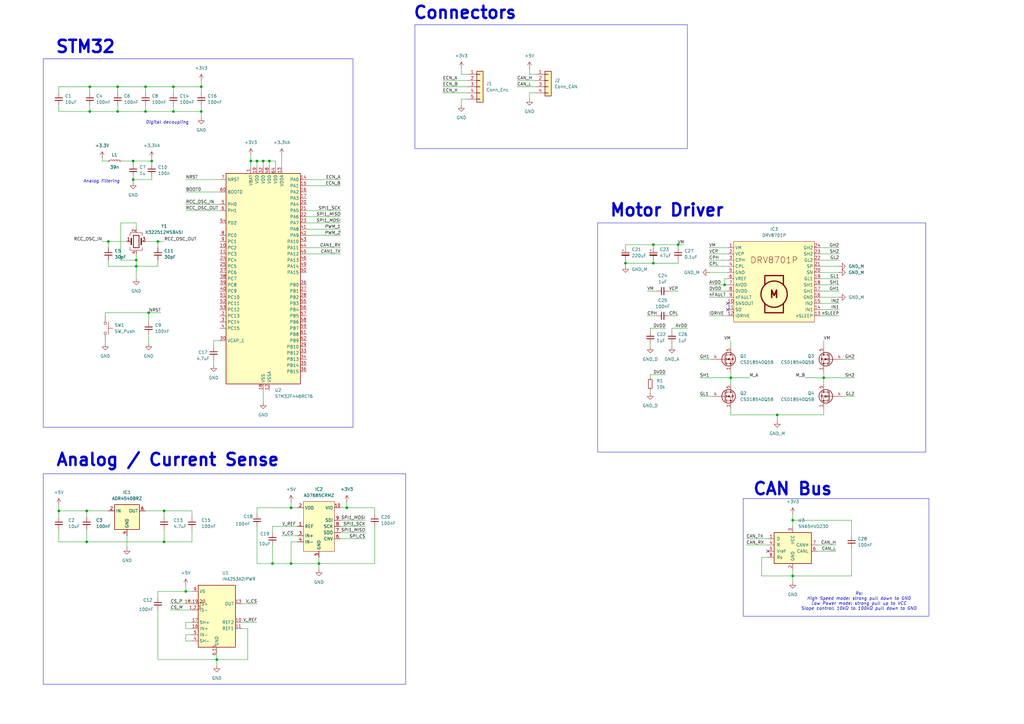
<source format=kicad_sch>
(kicad_sch (version 20231120) (generator "eeschema") (generator_version "8.0")
  (paper "A3")
  (junction (at 267.97 100.33))
  (junction (at 325.12 213.36))
  (junction (at 82.55 35.56))
  (junction (at 82.55 45.72))
  (junction (at 119.38 208.28))
  (junction (at 267.97 107.95))
  (junction (at 76.2 242.57))
  (junction (at 325.12 236.22))
  (junction (at 59.69 35.56))
  (junction (at 64.77 99.06))
  (junction (at 71.12 45.72))
  (junction (at 48.26 45.72))
  (junction (at 54.61 66.04))
  (junction (at 142.24 208.28))
  (junction (at 35.56 209.55))
  (junction (at 119.38 231.14))
  (junction (at 48.26 35.56))
  (junction (at 256.54 107.95))
  (junction (at 55.88 106.68))
  (junction (at 318.77 170.18))
  (junction (at 297.18 116.84))
  (junction (at 105.41 66.04))
  (junction (at 55.88 109.22))
  (junction (at 88.9 270.51))
  (junction (at 59.69 45.72))
  (junction (at 102.87 66.04))
  (junction (at 111.76 231.14))
  (junction (at 67.31 209.55))
  (junction (at 24.13 209.55))
  (junction (at 67.31 222.25))
  (junction (at 62.23 66.04))
  (junction (at 36.83 45.72))
  (junction (at 110.49 66.04))
  (junction (at 44.45 99.06))
  (junction (at 337.82 154.94))
  (junction (at 299.72 154.94))
  (junction (at 54.61 73.66))
  (junction (at 60.96 128.27))
  (junction (at 107.95 66.04))
  (junction (at 35.56 222.25))
  (junction (at 278.13 100.33))
  (junction (at 130.81 231.14))
  (junction (at 71.12 35.56))
  (junction (at 36.83 35.56))
  (no_connect (at 298.45 127))
  (no_connect (at 314.96 226.06))
  (no_connect (at 298.45 124.46))
  (wire (pts (xy 181.61 38.1) (xy 191.77 38.1)))
  (wire (pts (xy 142.24 205.74) (xy 142.24 208.28)))
  (wire (pts (xy 336.55 104.14) (xy 344.17 104.14)))
  (wire (pts (xy 110.49 66.04) (xy 113.03 66.04)))
  (wire (pts (xy 67.31 209.55) (xy 78.74 209.55)))
  (wire (pts (xy 102.87 66.04) (xy 105.41 66.04)))
  (wire (pts (xy 312.42 228.6) (xy 314.96 228.6)))
  (wire (pts (xy 275.59 134.62) (xy 281.94 134.62)))
  (wire (pts (xy 64.77 109.22) (xy 55.88 109.22)))
  (wire (pts (xy 256.54 106.68) (xy 256.54 107.95)))
  (wire (pts (xy 290.83 106.68) (xy 298.45 106.68)))
  (wire (pts (xy 267.97 107.95) (xy 278.13 107.95)))
  (wire (pts (xy 64.77 242.57) (xy 76.2 242.57)))
  (wire (pts (xy 336.55 124.46) (xy 344.17 124.46)))
  (wire (pts (xy 318.77 170.18) (xy 318.77 172.72)))
  (wire (pts (xy 76.2 83.82) (xy 90.17 83.82)))
  (wire (pts (xy 59.69 35.56) (xy 59.69 38.1)))
  (wire (pts (xy 336.55 121.92) (xy 344.17 121.92)))
  (wire (pts (xy 82.55 35.56) (xy 82.55 38.1)))
  (wire (pts (xy 337.82 170.18) (xy 337.82 167.64)))
  (wire (pts (xy 265.43 129.54) (xy 269.24 129.54)))
  (wire (pts (xy 67.31 222.25) (xy 78.74 222.25)))
  (wire (pts (xy 125.73 88.9) (xy 139.7 88.9)))
  (wire (pts (xy 111.76 231.14) (xy 111.76 223.52)))
  (wire (pts (xy 336.55 111.76) (xy 344.17 111.76)))
  (wire (pts (xy 217.17 38.1) (xy 217.17 40.64)))
  (wire (pts (xy 24.13 35.56) (xy 24.13 38.1)))
  (wire (pts (xy 48.26 35.56) (xy 36.83 35.56)))
  (wire (pts (xy 88.9 270.51) (xy 88.9 273.05)))
  (wire (pts (xy 119.38 208.28) (xy 121.92 208.28)))
  (wire (pts (xy 325.12 236.22) (xy 325.12 238.76)))
  (wire (pts (xy 275.59 135.89) (xy 275.59 134.62)))
  (wire (pts (xy 24.13 217.17) (xy 24.13 222.25)))
  (wire (pts (xy 325.12 213.36) (xy 325.12 215.9)))
  (wire (pts (xy 67.31 209.55) (xy 67.31 212.09)))
  (wire (pts (xy 67.31 217.17) (xy 67.31 222.25)))
  (wire (pts (xy 336.55 127) (xy 344.17 127)))
  (wire (pts (xy 105.41 66.04) (xy 105.41 68.58)))
  (wire (pts (xy 76.2 242.57) (xy 78.74 242.57)))
  (wire (pts (xy 267.97 107.95) (xy 267.97 106.68)))
  (wire (pts (xy 64.77 106.68) (xy 64.77 109.22)))
  (wire (pts (xy 105.41 215.9) (xy 105.41 231.14)))
  (wire (pts (xy 87.63 139.7) (xy 90.17 139.7)))
  (wire (pts (xy 44.45 209.55) (xy 35.56 209.55)))
  (wire (pts (xy 287.02 162.56) (xy 292.1 162.56)))
  (wire (pts (xy 299.72 154.94) (xy 299.72 157.48)))
  (wire (pts (xy 119.38 205.74) (xy 119.38 208.28)))
  (wire (pts (xy 55.88 109.22) (xy 44.45 109.22)))
  (wire (pts (xy 189.23 27.94) (xy 189.23 30.48)))
  (wire (pts (xy 59.69 35.56) (xy 48.26 35.56)))
  (wire (pts (xy 48.26 43.18) (xy 48.26 45.72)))
  (wire (pts (xy 349.25 213.36) (xy 349.25 219.71)))
  (wire (pts (xy 306.07 223.52) (xy 314.96 223.52)))
  (wire (pts (xy 125.73 73.66) (xy 139.7 73.66)))
  (wire (pts (xy 297.18 114.3) (xy 297.18 116.84)))
  (wire (pts (xy 274.32 129.54) (xy 278.13 129.54)))
  (wire (pts (xy 99.06 247.65) (xy 105.41 247.65)))
  (wire (pts (xy 78.74 260.35) (xy 76.2 260.35)))
  (wire (pts (xy 78.74 222.25) (xy 78.74 217.17)))
  (wire (pts (xy 64.77 270.51) (xy 88.9 270.51)))
  (wire (pts (xy 336.55 129.54) (xy 344.17 129.54)))
  (wire (pts (xy 290.83 116.84) (xy 297.18 116.84)))
  (wire (pts (xy 64.77 250.19) (xy 64.77 270.51)))
  (wire (pts (xy 337.82 154.94) (xy 330.2 154.94)))
  (wire (pts (xy 139.7 218.44) (xy 149.86 218.44)))
  (wire (pts (xy 256.54 107.95) (xy 267.97 107.95)))
  (wire (pts (xy 278.13 100.33) (xy 278.13 101.6)))
  (wire (pts (xy 278.13 100.33) (xy 280.67 100.33)))
  (wire (pts (xy 43.18 129.54) (xy 43.18 128.27)))
  (wire (pts (xy 36.83 45.72) (xy 48.26 45.72)))
  (wire (pts (xy 287.02 154.94) (xy 299.72 154.94)))
  (wire (pts (xy 219.71 35.56) (xy 212.09 35.56)))
  (wire (pts (xy 115.57 219.71) (xy 121.92 219.71)))
  (wire (pts (xy 125.73 91.44) (xy 139.7 91.44)))
  (wire (pts (xy 267.97 100.33) (xy 278.13 100.33)))
  (wire (pts (xy 48.26 45.72) (xy 59.69 45.72)))
  (wire (pts (xy 125.73 96.52) (xy 139.7 96.52)))
  (wire (pts (xy 76.2 255.27) (xy 78.74 255.27)))
  (wire (pts (xy 71.12 35.56) (xy 59.69 35.56)))
  (wire (pts (xy 54.61 73.66) (xy 54.61 74.93)))
  (wire (pts (xy 60.96 128.27) (xy 66.04 128.27)))
  (wire (pts (xy 59.69 99.06) (xy 64.77 99.06)))
  (wire (pts (xy 76.2 78.74) (xy 90.17 78.74)))
  (wire (pts (xy 43.18 128.27) (xy 60.96 128.27)))
  (wire (pts (xy 290.83 104.14) (xy 298.45 104.14)))
  (wire (pts (xy 54.61 72.39) (xy 54.61 73.66)))
  (wire (pts (xy 62.23 64.77) (xy 62.23 66.04)))
  (wire (pts (xy 107.95 160.02) (xy 107.95 165.1)))
  (wire (pts (xy 82.55 45.72) (xy 82.55 43.18)))
  (wire (pts (xy 306.07 220.98) (xy 314.96 220.98)))
  (wire (pts (xy 299.72 154.94) (xy 307.34 154.94)))
  (wire (pts (xy 350.52 162.56) (xy 345.44 162.56)))
  (wire (pts (xy 82.55 33.02) (xy 82.55 35.56)))
  (wire (pts (xy 101.6 257.81) (xy 99.06 257.81)))
  (wire (pts (xy 337.82 157.48) (xy 337.82 154.94)))
  (wire (pts (xy 76.2 240.03) (xy 76.2 242.57)))
  (wire (pts (xy 130.81 228.6) (xy 130.81 231.14)))
  (wire (pts (xy 71.12 43.18) (xy 71.12 45.72)))
  (wire (pts (xy 44.45 101.6) (xy 44.45 99.06)))
  (wire (pts (xy 298.45 114.3) (xy 297.18 114.3)))
  (wire (pts (xy 290.83 109.22) (xy 298.45 109.22)))
  (wire (pts (xy 325.12 236.22) (xy 312.42 236.22)))
  (wire (pts (xy 125.73 86.36) (xy 139.7 86.36)))
  (wire (pts (xy 336.55 119.38) (xy 344.17 119.38)))
  (wire (pts (xy 24.13 209.55) (xy 24.13 212.09)))
  (wire (pts (xy 110.49 66.04) (xy 110.49 68.58)))
  (wire (pts (xy 76.2 86.36) (xy 90.17 86.36)))
  (wire (pts (xy 88.9 267.97) (xy 88.9 270.51)))
  (wire (pts (xy 49.53 91.44) (xy 55.88 91.44)))
  (wire (pts (xy 278.13 107.95) (xy 278.13 106.68)))
  (wire (pts (xy 71.12 35.56) (xy 71.12 38.1)))
  (wire (pts (xy 54.61 66.04) (xy 54.61 67.31)))
  (wire (pts (xy 35.56 209.55) (xy 35.56 212.09)))
  (wire (pts (xy 87.63 142.24) (xy 87.63 139.7)))
  (wire (pts (xy 337.82 139.7) (xy 337.82 142.24)))
  (wire (pts (xy 130.81 231.14) (xy 130.81 233.68)))
  (wire (pts (xy 71.12 35.56) (xy 82.55 35.56)))
  (wire (pts (xy 55.88 109.22) (xy 55.88 114.3)))
  (wire (pts (xy 290.83 119.38) (xy 298.45 119.38)))
  (wire (pts (xy 55.88 91.44) (xy 55.88 93.98)))
  (wire (pts (xy 266.7 154.94) (xy 266.7 153.67)))
  (wire (pts (xy 35.56 217.17) (xy 35.56 222.25)))
  (wire (pts (xy 350.52 154.94) (xy 337.82 154.94)))
  (wire (pts (xy 256.54 100.33) (xy 256.54 101.6)))
  (wire (pts (xy 24.13 45.72) (xy 36.83 45.72)))
  (wire (pts (xy 336.55 116.84) (xy 344.17 116.84)))
  (wire (pts (xy 325.12 213.36) (xy 349.25 213.36)))
  (wire (pts (xy 105.41 208.28) (xy 105.41 210.82)))
  (wire (pts (xy 181.61 35.56) (xy 191.77 35.56)))
  (wire (pts (xy 217.17 38.1) (xy 219.71 38.1)))
  (wire (pts (xy 266.7 153.67) (xy 273.05 153.67)))
  (wire (pts (xy 336.55 106.68) (xy 344.17 106.68)))
  (wire (pts (xy 325.12 210.82) (xy 325.12 213.36)))
  (wire (pts (xy 256.54 107.95) (xy 256.54 109.22)))
  (wire (pts (xy 349.25 236.22) (xy 325.12 236.22)))
  (wire (pts (xy 142.24 208.28) (xy 153.67 208.28)))
  (wire (pts (xy 337.82 154.94) (xy 337.82 152.4)))
  (wire (pts (xy 217.17 30.48) (xy 217.17 27.94)))
  (wire (pts (xy 312.42 228.6) (xy 312.42 236.22)))
  (wire (pts (xy 48.26 35.56) (xy 48.26 38.1)))
  (wire (pts (xy 107.95 66.04) (xy 107.95 68.58)))
  (wire (pts (xy 36.83 35.56) (xy 36.83 38.1)))
  (wire (pts (xy 153.67 208.28) (xy 153.67 210.82)))
  (wire (pts (xy 349.25 224.79) (xy 349.25 236.22)))
  (wire (pts (xy 139.7 213.36) (xy 149.86 213.36)))
  (wire (pts (xy 43.18 139.7) (xy 43.18 140.97)))
  (wire (pts (xy 119.38 231.14) (xy 111.76 231.14)))
  (wire (pts (xy 274.32 119.38) (xy 278.13 119.38)))
  (wire (pts (xy 78.74 209.55) (xy 78.74 212.09)))
  (wire (pts (xy 41.91 66.04) (xy 44.45 66.04)))
  (wire (pts (xy 325.12 233.68) (xy 325.12 236.22)))
  (wire (pts (xy 290.83 101.6) (xy 298.45 101.6)))
  (wire (pts (xy 290.83 129.54) (xy 298.45 129.54)))
  (wire (pts (xy 287.02 147.32) (xy 292.1 147.32)))
  (wire (pts (xy 62.23 66.04) (xy 62.23 67.31)))
  (wire (pts (xy 189.23 43.18) (xy 189.23 40.64)))
  (wire (pts (xy 60.96 128.27) (xy 60.96 132.08)))
  (wire (pts (xy 189.23 30.48) (xy 191.77 30.48)))
  (wire (pts (xy 76.2 73.66) (xy 90.17 73.66)))
  (wire (pts (xy 275.59 140.97) (xy 275.59 142.24)))
  (wire (pts (xy 299.72 139.7) (xy 299.72 142.24)))
  (wire (pts (xy 119.38 222.25) (xy 121.92 222.25)))
  (wire (pts (xy 299.72 152.4) (xy 299.72 154.94)))
  (wire (pts (xy 318.77 170.18) (xy 337.82 170.18)))
  (wire (pts (xy 290.83 111.76) (xy 298.45 111.76)))
  (wire (pts (xy 52.07 219.71) (xy 52.07 224.79)))
  (wire (pts (xy 64.77 99.06) (xy 64.77 101.6)))
  (wire (pts (xy 267.97 100.33) (xy 267.97 101.6)))
  (wire (pts (xy 266.7 134.62) (xy 273.05 134.62)))
  (wire (pts (xy 78.74 257.81) (xy 76.2 257.81)))
  (wire (pts (xy 111.76 215.9) (xy 111.76 218.44)))
  (wire (pts (xy 36.83 43.18) (xy 36.83 45.72)))
  (wire (pts (xy 87.63 147.32) (xy 87.63 149.86)))
  (wire (pts (xy 55.88 104.14) (xy 55.88 106.68)))
  (wire (pts (xy 219.71 33.02) (xy 212.09 33.02)))
  (wire (pts (xy 125.73 76.2) (xy 139.7 76.2)))
  (wire (pts (xy 181.61 33.02) (xy 191.77 33.02)))
  (wire (pts (xy 62.23 73.66) (xy 54.61 73.66)))
  (wire (pts (xy 49.53 66.04) (xy 54.61 66.04)))
  (wire (pts (xy 62.23 72.39) (xy 62.23 73.66)))
  (wire (pts (xy 44.45 99.06) (xy 52.07 99.06)))
  (wire (pts (xy 130.81 231.14) (xy 153.67 231.14)))
  (wire (pts (xy 59.69 209.55) (xy 67.31 209.55)))
  (wire (pts (xy 54.61 66.04) (xy 62.23 66.04)))
  (wire (pts (xy 82.55 45.72) (xy 82.55 48.26)))
  (wire (pts (xy 49.53 91.44) (xy 49.53 106.68)))
  (wire (pts (xy 59.69 45.72) (xy 71.12 45.72)))
  (wire (pts (xy 60.96 137.16) (xy 60.96 140.97)))
  (wire (pts (xy 64.77 245.11) (xy 64.77 242.57)))
  (wire (pts (xy 41.91 99.06) (xy 44.45 99.06)))
  (wire (pts (xy 35.56 222.25) (xy 67.31 222.25)))
  (wire (pts (xy 139.7 215.9) (xy 149.86 215.9)))
  (wire (pts (xy 41.91 64.77) (xy 41.91 66.04)))
  (wire (pts (xy 55.88 106.68) (xy 55.88 109.22)))
  (wire (pts (xy 130.81 231.14) (xy 119.38 231.14)))
  (wire (pts (xy 76.2 260.35) (xy 76.2 262.89)))
  (wire (pts (xy 335.28 226.06) (xy 342.9 226.06)))
  (wire (pts (xy 219.71 30.48) (xy 217.17 30.48)))
  (wire (pts (xy 153.67 215.9) (xy 153.67 231.14)))
  (wire (pts (xy 139.7 220.98) (xy 149.86 220.98)))
  (wire (pts (xy 336.55 114.3) (xy 344.17 114.3)))
  (wire (pts (xy 119.38 231.14) (xy 119.38 222.25)))
  (wire (pts (xy 299.72 170.18) (xy 318.77 170.18)))
  (wire (pts (xy 125.73 104.14) (xy 139.7 104.14)))
  (wire (pts (xy 107.95 66.04) (xy 110.49 66.04)))
  (wire (pts (xy 290.83 121.92) (xy 298.45 121.92)))
  (wire (pts (xy 336.55 109.22) (xy 344.17 109.22)))
  (wire (pts (xy 125.73 93.98) (xy 139.7 93.98)))
  (wire (pts (xy 266.7 140.97) (xy 266.7 142.24)))
  (wire (pts (xy 256.54 100.33) (xy 267.97 100.33)))
  (wire (pts (xy 24.13 207.01) (xy 24.13 209.55)))
  (wire (pts (xy 67.31 99.06) (xy 64.77 99.06)))
  (wire (pts (xy 125.73 101.6) (xy 139.7 101.6)))
  (wire (pts (xy 105.41 231.14) (xy 111.76 231.14)))
  (wire (pts (xy 350.52 147.32) (xy 345.44 147.32)))
  (wire (pts (xy 119.38 208.28) (xy 105.41 208.28)))
  (wire (pts (xy 55.88 106.68) (xy 49.53 106.68)))
  (wire (pts (xy 297.18 116.84) (xy 298.45 116.84)))
  (wire (pts (xy 265.43 119.38) (xy 269.24 119.38)))
  (wire (pts (xy 76.2 262.89) (xy 78.74 262.89)))
  (wire (pts (xy 105.41 66.04) (xy 107.95 66.04)))
  (wire (pts (xy 24.13 222.25) (xy 35.56 222.25)))
  (wire (pts (xy 113.03 66.04) (xy 113.03 68.58)))
  (wire (pts (xy 102.87 66.04) (xy 102.87 68.58)))
  (wire (pts (xy 69.85 250.19) (xy 78.74 250.19)))
  (wire (pts (xy 101.6 270.51) (xy 101.6 257.81)))
  (wire (pts (xy 35.56 209.55) (xy 24.13 209.55)))
  (wire (pts (xy 142.24 208.28) (xy 139.7 208.28)))
  (wire (pts (xy 115.57 63.5) (xy 115.57 68.58)))
  (wire (pts (xy 111.76 215.9) (xy 121.92 215.9)))
  (wire (pts (xy 44.45 109.22) (xy 44.45 106.68)))
  (wire (pts (xy 36.83 35.56) (xy 24.13 35.56)))
  (wire (pts (xy 335.28 223.52) (xy 342.9 223.52)))
  (wire (pts (xy 69.85 247.65) (xy 78.74 247.65)))
  (wire (pts (xy 102.87 63.5) (xy 102.87 66.04)))
  (wire (pts (xy 299.72 170.18) (xy 299.72 167.64)))
  (wire (pts (xy 99.06 255.27) (xy 105.41 255.27)))
  (wire (pts (xy 189.23 40.64) (xy 191.77 40.64)))
  (wire (pts (xy 71.12 45.72) (xy 82.55 45.72)))
  (wire (pts (xy 24.13 43.18) (xy 24.13 45.72)))
  (wire (pts (xy 88.9 270.51) (xy 101.6 270.51)))
  (wire (pts (xy 266.7 160.02) (xy 266.7 161.29)))
  (wire (pts (xy 59.69 43.18) (xy 59.69 45.72)))
  (wire (pts (xy 266.7 135.89) (xy 266.7 134.62)))
  (wire (pts (xy 76.2 257.81) (xy 76.2 255.27)))
  (wire (pts (xy 336.55 101.6) (xy 344.17 101.6)))
  (rectangle (start 304.8 204.47) (end 381 252.73))
  (rectangle (start 245.11 91.44) (end 379.73 185.42))
  (rectangle (start 17.78 24.13) (end 144.78 175.26))
  (rectangle (start 170.18 10.16) (end 281.94 60.96))
  (rectangle (start 17.78 194.31) (end 166.37 280.67))
  (text "Digital decoupling" (at 68.58 50.292 0) (effects (font (size 1.27 1.27) (italic yes))))
  (text "Analog / Current Sense" (at 68.834 188.722 0) (effects (font (size 5 5) (thickness 1) (bold yes))))
  (text "Motor Driver" (at 273.558 86.36 0) (effects (font (size 5 5) (thickness 1) (bold yes))))
  (text "Analog filtering" (at 41.656 74.422 0) (effects (font (size 1.27 1.27) (italic yes))))
  (text "Rs:\nHigh Speed mode: strong pull down to GND\nLow Power mode: strong pull up to VCC\nSlope control: 10kΩ to 100kΩ pull down to GND\n" (at 352.298 246.634 0) (effects (font (size 1.27 1.27) (italic yes))))
  (text "Connectors" (at 190.754 5.334 0) (effects (font (size 5 5) (thickness 1) (bold yes))))
  (text "CAN Bus" (at 325.12 200.66 0) (effects (font (size 5 5) (thickness 1) (bold yes))))
  (text "STM32" (at 35.052 19.304 0) (effects (font (size 5 5) (thickness 1) (bold yes))))
  (label "V_REF" (at 115.57 215.9 0) (effects (font (italic yes))))
  (label "AVDD" (at 281.94 134.62 180))
  (label "CPL" (at 290.83 109.22 0))
  (label "ECN_B" (at 181.61 35.56 0))
  (label "CAN_TX" (at 306.07 220.98 0))
  (label "IDRIVE" (at 290.83 129.54 0))
  (label "DVDD" (at 290.83 119.38 0))
  (label "nFAULT" (at 290.83 121.92 0))
  (label "IN2" (at 344.17 124.46 180))
  (label "GL2" (at 350.52 162.56 180))
  (label "BOOT0" (at 76.2 78.74 0))
  (label "GH1" (at 287.02 147.32 0))
  (label "CPH" (at 290.83 106.68 0))
  (label "CAN_L" (at 212.09 35.56 0))
  (label "RCC_OSC_IN" (at 76.2 83.82 0))
  (label "GH2" (at 344.17 101.6 180))
  (label "CS_M" (at 69.85 250.19 0) (effects (font (italic yes))))
  (label "ECN_X" (at 181.61 38.1 0))
  (label "CPH" (at 265.43 129.54 0))
  (label "GH2" (at 350.52 147.32 180))
  (label "SH2" (at 350.52 154.94 180))
  (label "nSLEEP" (at 344.17 129.54 180))
  (label "RCC_OSC_OUT" (at 67.31 99.06 0))
  (label "SPI1_MOSI" (at 139.7 91.44 180) (effects (font (italic yes))))
  (label "GL1" (at 287.02 162.56 0))
  (label "GL2" (at 344.17 106.68 180))
  (label "V_CS" (at 105.41 247.65 180) (effects (font (italic yes))))
  (label "CAN_H" (at 342.9 223.52 180))
  (label "V_REF" (at 105.41 255.27 180) (effects (font (italic yes))))
  (label "VCP" (at 278.13 119.38 180))
  (label "ECN_B" (at 139.7 76.2 180))
  (label "CPL" (at 278.13 129.54 180))
  (label "AVDD" (at 290.83 116.84 0))
  (label "CAN_L" (at 342.9 226.06 180))
  (label "GL1" (at 344.17 114.3 180))
  (label "SPI1_SCK" (at 139.7 86.36 180) (effects (font (italic yes))))
  (label "VCP" (at 290.83 104.14 0))
  (label "PWM_1" (at 139.7 93.98 180) (effects (font (italic yes))))
  (label "SH1" (at 287.02 154.94 0))
  (label "CAN_H" (at 212.09 33.02 0))
  (label "VM" (at 290.83 101.6 0))
  (label "M_B" (at 330.2 154.94 180))
  (label "NRST" (at 66.04 128.27 180))
  (label "SPI1_MOSI" (at 149.86 213.36 180) (effects (font (italic yes))))
  (label "VM" (at 337.82 139.7 0))
  (label "SH2" (at 344.17 104.14 180))
  (label "SPI1_MISO" (at 139.7 88.9 180) (effects (font (italic yes))))
  (label "ECN_A" (at 139.7 73.66 180))
  (label "CAN_RX" (at 306.07 223.52 0))
  (label "IN1" (at 344.17 127 180))
  (label "CAN1_TX" (at 139.7 104.14 180) (effects (font (italic yes))))
  (label "NRST" (at 76.2 73.66 0))
  (label "CS_P" (at 69.85 247.65 0) (effects (font (italic yes))))
  (label "ECN_A" (at 181.61 33.02 0))
  (label "VM" (at 265.43 119.38 0))
  (label "DVDD" (at 273.05 153.67 180))
  (label "V_CS" (at 115.57 219.71 0) (effects (font (italic yes))))
  (label "SH1" (at 344.17 116.84 180))
  (label "M_A" (at 307.34 154.94 0))
  (label "CAN1_RX" (at 139.7 101.6 180) (effects (font (italic yes))))
  (label "SPI_CS" (at 149.86 220.98 180) (effects (font (italic yes))))
  (label "DVDD" (at 273.05 134.62 180))
  (label "RCC_OSC_IN" (at 41.91 99.06 180))
  (label "SPI1_SCK" (at 149.86 215.9 180) (effects (font (italic yes))))
  (label "VM" (at 299.72 139.7 180))
  (label "SPI1_MISO" (at 149.86 218.44 180) (effects (font (italic yes))))
  (label "GH1" (at 344.17 119.38 180))
  (label "VM" (at 280.67 100.33 180))
  (label "RCC_OSC_OUT" (at 76.2 86.36 0))
  (label "PWM_2" (at 139.7 96.52 180) (effects (font (italic yes))))
  (symbol (lib_id "power:GND") (at 52.07 224.79 0) (unit 1)
    (property "Reference" "#PWR04" (effects (hide yes)))
    (property "Value" "GND" (at 52.07 229.87 0))
    (property "Description" "Power symbol creates a global label with name \"GND\" , ground" (effects (hide yes)))
  )
  (symbol (lib_id "Switch:SW_Push") (at 43.18 134.62 270) (unit 1)
    (property "Reference" "SW1" (at 46.99 133.35 90) (effects (justify left)))
    (property "Value" "SW_Push" (at 46.99 135.89 90) (effects (justify left)))
    (property "Footprint" "Button_Switch_SMD:SW_Push_SPST_NO_Alps_SKRK" (effects (hide yes)))
    (property "LCSC" "C202388" (effects (hide yes)))
  )
  (symbol (lib_id "power:GND") (at 130.81 233.68 0) (unit 1)
    (property "Reference" "#PWR018" (effects (hide yes)))
    (property "Value" "GND" (at 130.81 238.76 0))
    (property "Description" "Power symbol creates a global label with name \"GND\" , ground" (effects (hide yes)))
  )
  (symbol (lib_id "Device:C_Small") (at 59.69 40.64 0) (unit 1)
    (property "Reference" "C8" (at 62.23 39.3762 0) (effects (justify left)))
    (property "Value" "100nF" (at 62.23 41.9162 0) (effects (justify left)))
    (property "Footprint" "Capacitor_SMD:C_0402_1005Metric" (effects (hide yes)))
    (property "Datasheet" "https://jlcpcb.com/api/file/downloadByFileSystemAccessId/8579707269996871680" (effects (hide yes)))
    (property "Description" "16V 100nF X7R ±10% 0402" (effects (hide yes)))
    (property "LCSC" "C1525" (effects (hide yes)))
  )
  (symbol (lib_id "power:GND") (at 54.61 74.93 0) (unit 1)
    (property "Reference" "#PWR05" (effects (hide yes)))
    (property "Value" "GND" (at 54.61 80.01 0))
  )
  (symbol (lib_id "Connector_Generic:Conn_01x04") (at 224.79 33.02 0) (unit 1)
    (property "Reference" "J2" (at 227.33 33.0199 0) (effects (justify left)))
    (property "Value" "Conn_CAN" (at 227.33 35.5599 0) (effects (justify left)))
    (property "Footprint" "Connector_Molex:Molex_PicoBlade_53048-0410_1x04_P1.25mm_Horizontal" (effects (hide yes)))
    (property "Description" "Generic connector, single row, 01x04, script generated (kicad-library-utils/schlib/autogen/connector/)" (effects (hide yes)))
  )
  (symbol (lib_id "power:+5V") (at 76.2 240.03 0) (unit 1)
    (property "Reference" "#PWR09" (effects (hide yes)))
    (property "Value" "+5V" (at 76.2 234.95 0))
    (property "Description" "Power symbol creates a global label with name \"+5V\"" (effects (hide yes)))
  )
  (symbol (lib_id "power:GND") (at 325.12 238.76 0) (unit 1)
    (property "Reference" "#PWR031" (effects (hide yes)))
    (property "Value" "GND" (at 325.12 243.84 0))
    (property "Description" "Power symbol creates a global label with name \"GND\" , ground" (effects (hide yes)))
  )
  (symbol (lib_id "power:+3V3") (at 325.12 210.82 0) (unit 1)
    (property "Reference" "#PWR030" (effects (hide yes)))
    (property "Value" "+3V3" (at 325.12 205.74 0))
    (property "Description" "Power symbol creates a global label with name \"+3V3\"" (effects (hide yes)))
  )
  (symbol (lib_id "power:GND") (at 318.77 172.72 0) (unit 1)
    (property "Reference" "#PWR029" (effects (hide yes)))
    (property "Value" "GND_M" (at 318.77 177.8 0))
    (property "Description" "Power symbol creates a global label with name \"GND\" , ground" (effects (hide yes)))
  )
  (symbol (lib_id "Device:C_Small") (at 62.23 69.85 0) (unit 1)
    (property "Reference" "C10" (at 64.77 68.5863 0) (effects (justify left)))
    (property "Value" "100n" (at 64.77 71.1263 0) (effects (justify left)))
    (property "Footprint" "Capacitor_SMD:C_0402_1005Metric" (effects (hide yes)))
    (property "LCSC" "C1525" (effects (hide yes)))
  )
  (symbol (lib_id "Device:C_Small") (at 24.13 40.64 0) (unit 1)
    (property "Reference" "C1" (at 26.67 39.3762 0) (effects (justify left)))
    (property "Value" "10uF" (at 26.67 41.9162 0) (effects (justify left)))
    (property "Footprint" "Capacitor_SMD:C_0603_1608Metric" (effects (hide yes)))
    (property "Datasheet" "https://jlcpcb.com/api/file/downloadByFileSystemAccessId/8579707107920437248" (effects (hide yes)))
    (property "Description" "10V 10uF X5R ±10% 0603" (effects (hide yes)))
    (property "LCSC" "C19702" (effects (hide yes)))
  )
  (symbol (lib_id "power:+5V") (at 24.13 207.01 0) (unit 1)
    (property "Reference" "#PWR01" (effects (hide yes)))
    (property "Value" "+5V" (at 24.13 201.93 0))
    (property "Description" "Power symbol creates a global label with name \"+5V\"" (effects (hide yes)))
  )
  (symbol (lib_id "power:GND") (at 87.63 149.86 0) (unit 1)
    (property "Reference" "#PWR012" (effects (hide yes)))
    (property "Value" "GND" (at 87.63 154.94 0))
    (property "Description" "Power symbol creates a global label with name \"GND\" , ground" (effects (hide yes)))
  )
  (symbol (lib_id "Interface_CAN_LIN:SN65HVD230") (at 325.12 223.52 0) (unit 1)
    (property "Reference" "U3" (at 327.3141 213.36 0) (effects (justify left)))
    (property "Value" "SN65HVD230" (at 327.3141 215.9 0) (effects (justify left)))
    (property "Footprint" "Package_SO:SOIC-8_3.9x4.9mm_P1.27mm" (effects (hide yes)))
    (property "Datasheet" "http://www.ti.com/lit/ds/symlink/sn65hvd230.pdf" (effects (hide yes)))
    (property "Description" "CAN Bus Transceivers, 3.3V, 1Mbps, Low-Power capabilities, SOIC-8" (effects (hide yes)))
  )
  (symbol (lib_id "Device:C_Small") (at 64.77 247.65 0) (unit 1)
    (property "Reference" "C12" (at 58.674 246.126 0) (effects (justify left)))
    (property "Value" "100nF" (at 56.896 249.936 0) (effects (justify left)))
    (property "Footprint" "Capacitor_SMD:C_0402_1005Metric" (effects (hide yes)))
    (property "Description" "Unpolarized capacitor, small symbol" (effects (hide yes)))
  )
  (symbol (lib_id "power:+3.3V") (at 41.91 64.77 0) (unit 1)
    (property "Reference" "#PWR02" (effects (hide yes)))
    (property "Value" "+3.3V" (at 41.91 59.69 0))
  )
  (symbol (lib_id "power:GND") (at 344.17 121.92 90) (unit 1)
    (property "Reference" "#PWR034" (effects (hide yes)))
    (property "Value" "GND_M" (at 347.98 121.9201 90) (effects (justify right)))
    (property "Description" "Power symbol creates a global label with name \"GND\" , ground" (effects (hide yes)))
  )
  (symbol (lib_id "power:GND") (at 217.17 40.64 0) (unit 1)
    (property "Reference" "#PWR023" (effects (hide yes)))
    (property "Value" "GND" (at 217.17 45.72 0))
    (property "Description" "Power symbol creates a global label with name \"GND\" , ground" (effects (hide yes)))
  )
  (symbol (lib_id "Device:C_Small") (at 54.61 69.85 0) (unit 1)
    (property "Reference" "C7" (at 57.15 68.5863 0) (effects (justify left)))
    (property "Value" "1u" (at 57.15 71.1263 0) (effects (justify left)))
    (property "Footprint" "Capacitor_SMD:C_0402_1005Metric" (effects (hide yes)))
    (property "LCSC" "C52923" (effects (hide yes)))
  )
  (symbol (lib_id "Device:C_Polarized_Small") (at 256.54 104.14 0) (unit 1)
    (property "Reference" "C21" (at 259.08 102.3238 0) (effects (justify left)))
    (property "Value" "220uF" (at 259.08 104.8638 0) (effects (justify left)))
    (property "Footprint" "Capacitor_SMD:CP_Elec_10x7.7" (effects (hide yes)))
    (property "Description" "Polarized capacitor, small symbol" (effects (hide yes)))
  )
  (symbol (lib_id "Device:C_Small") (at 87.63 144.78 0) (unit 1)
    (property "Reference" "C17" (at 81.28 144.526 0) (effects (justify left)))
    (property "Value" "4.7uF" (at 80.518 147.066 0) (effects (justify left)))
    (property "Footprint" "Capacitor_SMD:C_0603_1608Metric" (effects (hide yes)))
    (property "Description" "Unpolarized capacitor, small symbol" (effects (hide yes)))
  )
  (symbol (lib_id "power:+3V3") (at 82.55 33.02 0) (unit 1)
    (property "Reference" "#PWR010" (effects (hide yes)))
    (property "Value" "+3V3" (at 82.55 27.94 0))
    (property "Description" "Power symbol creates a global label with name \"+3V3\"" (effects (hide yes)))
  )
  (symbol (lib_id "power:GND") (at 189.23 43.18 0) (unit 1)
    (property "Reference" "#PWR021" (effects (hide yes)))
    (property "Value" "GND" (at 189.23 48.26 0))
    (property "Description" "Power symbol creates a global label with name \"GND\" , ground" (effects (hide yes)))
  )
  (symbol (lib_id "0_servo:ADR4540BRZ") (at 52.07 212.09 0) (unit 1)
    (property "Reference" "IC1" (at 52.07 201.93 0))
    (property "Value" "ADR4540BRZ" (at 52.07 204.47 0))
    (property "Footprint" "Package_SO:SOIC-8_3.9x4.9mm_P1.27mm" (effects (hide yes)))
    (property "Datasheet" "https://www.analog.com/media/en/technical-documentation/data-sheets/ADR4520_4525_4530_4533_4540_4550.pdf" (effects (hide yes)))
    (property "Description" "4.096V,  Ultralow Noise, High Accuracy Voltage Reference, SOIC-8" (effects (hide yes)))
  )
  (symbol (lib_id "power:+3.3VA") (at 115.57 63.5 0) (unit 1)
    (property "Reference" "#PWR016" (effects (hide yes)))
    (property "Value" "+3.3VA" (at 115.57 58.42 0))
    (property "Description" "Power symbol creates a global label with name \"+3.3VA\"" (effects (hide yes)))
  )
  (symbol (lib_id "power:GND") (at 107.95 165.1 0) (unit 1)
    (property "Reference" "#PWR015" (effects (hide yes)))
    (property "Value" "GND" (at 107.95 170.18 0))
    (property "Description" "Power symbol creates a global label with name \"GND\" , ground" (effects (hide yes)))
  )
  (symbol (lib_id "Device:L_Small") (at 46.99 66.04 90) (unit 1)
    (property "Reference" "L1" (at 46.99 63.5 90))
    (property "Value" "39n" (at 46.99 68.58 90))
    (property "Footprint" "Inductor_SMD:L_0402_1005Metric" (effects (hide yes)))
    (property "LCSC" "C26443" (effects (hide yes)))
  )
  (symbol (lib_id "Device:C_Small") (at 36.83 40.64 0) (unit 1)
    (property "Reference" "C4" (at 39.37 39.3762 0) (effects (justify left)))
    (property "Value" "100nF" (at 39.37 41.9162 0) (effects (justify left)))
    (property "Footprint" "Capacitor_SMD:C_0402_1005Metric" (effects (hide yes)))
    (property "Datasheet" "https://jlcpcb.com/api/file/downloadByFileSystemAccessId/8579707269996871680" (effects (hide yes)))
    (property "Description" "16V 100nF X7R ±10% 0402" (effects (hide yes)))
    (property "LCSC" "C1525" (effects (hide yes)))
  )
  (symbol (lib_id "power:GND") (at 60.96 140.97 0) (unit 1)
    (property "Reference" "#PWR07" (effects (hide yes)))
    (property "Value" "GND" (at 60.96 146.05 0))
  )
  (symbol (lib_id "power:+5V") (at 119.38 205.74 0) (unit 1)
    (property "Reference" "#PWR017" (effects (hide yes)))
    (property "Value" "+5V" (at 119.38 200.66 0))
    (property "Description" "Power symbol creates a global label with name \"+5V\"" (effects (hide yes)))
  )
  (symbol (lib_id "Device:C_Small") (at 64.77 104.14 0) (unit 1)
    (property "Reference" "C11" (at 67.31 102.8762 0) (effects (justify left)))
    (property "Value" "30pF" (at 67.31 105.4162 0) (effects (justify left)))
    (property "Footprint" "Capacitor_SMD:C_0603_1608Metric" (effects (hide yes)))
    (property "Datasheet" "https://jlcpcb.com/api/file/downloadByFileSystemAccessId/8588905516122705920" (effects (hide yes)))
    (property "Description" "0603CG300J500NT" (effects (hide yes)))
    (property "LCSC" "C1658" (effects (hide yes)))
  )
  (symbol (lib_id "power:GND") (at 344.17 109.22 90) (unit 1)
    (property "Reference" "#PWR032" (effects (hide yes)))
    (property "Value" "GND_M" (at 347.98 109.2201 90) (effects (justify right)))
    (property "Description" "Power symbol creates a global label with name \"GND\" , ground" (effects (hide yes)))
  )
  (symbol (lib_id "Connector_Generic:Conn_01x05") (at 196.85 35.56 0) (unit 1)
    (property "Reference" "J1" (at 199.39 34.2899 0) (effects (justify left)))
    (property "Value" "Conn_Enc" (at 199.39 36.8299 0) (effects (justify left)))
    (property "Footprint" "Connector_Molex:Molex_PicoBlade_53047-0510_1x05_P1.25mm_Vertical" (effects (hide yes)))
    (property "Description" "Generic connector, single row, 01x05, script generated (kicad-library-utils/schlib/autogen/connector/)" (effects (hide yes)))
  )
  (symbol (lib_id "Device:C_Small") (at 271.78 119.38 90) (unit 1)
    (property "Reference" "C24" (at 271.7863 113.03 90))
    (property "Value" "1uF" (at 271.7863 115.57 90))
    (property "Footprint" "Capacitor_SMD:C_0603_1608Metric" (effects (hide yes)))
    (property "Description" "Unpolarized capacitor, small symbol" (effects (hide yes)))
  )
  (symbol (lib_id "power:GND") (at 55.88 114.3 0) (unit 1)
    (property "Reference" "#PWR06" (effects (hide yes)))
    (property "Value" "GND" (at 55.88 119.38 0))
    (property "Description" "Power symbol creates a global label with name \"GND\" , ground" (effects (hide yes)))
  )
  (symbol (lib_id "Transistor_FET:CSD18540Q5B") (at 297.18 147.32 0) (unit 1)
    (property "Reference" "Q1" (at 303.53 146.0499 0) (effects (justify left)))
    (property "Value" "CSD18540Q5B" (at 303.53 148.5899 0) (effects (justify left)))
    (property "Footprint" "Package_TO_SOT_SMD:TDSON-8-1" (effects (hide yes)))
    (property "Datasheet" "http://www.ti.com/lit/gpn/csd18540q5b" (effects (hide yes)))
    (property "Description" "100A Id, 60V Vds, NexFET N-Channel Power MOSFET, 2.2mOhm Ron, 41nC Qg(typ), SON8 5x6mm" (effects (hide yes)))
  )
  (symbol (lib_id "Device:C_Small") (at 67.31 214.63 0) (unit 1)
    (property "Reference" "C13" (at 71.12 213.3662 0) (effects (justify left)))
    (property "Value" "4.7uF" (at 71.12 215.9062 0) (effects (justify left)))
    (property "Footprint" "Capacitor_SMD:C_0603_1608Metric" (effects (hide yes)))
    (property "Description" "Unpolarized capacitor, small symbol" (effects (hide yes)))
  )
  (symbol (lib_id "Device:C_Small") (at 275.59 138.43 180) (unit 1)
    (property "Reference" "C26" (at 278.13 137.1535 0) (effects (justify right)))
    (property "Value" "1uF" (at 278.13 139.6935 0) (effects (justify right)))
    (property "Footprint" "Capacitor_SMD:C_0603_1608Metric" (effects (hide yes)))
    (property "Description" "Unpolarized capacitor, small symbol" (effects (hide yes)))
  )
  (symbol (lib_id "Device:C_Polarized_Small") (at 267.97 104.14 0) (unit 1)
    (property "Reference" "C23" (at 270.51 102.3238 0) (effects (justify left)))
    (property "Value" "47uF" (at 270.51 104.8638 0) (effects (justify left)))
    (property "Footprint" "Capacitor_SMD:CP_Elec_10x7.7" (effects (hide yes)))
    (property "Description" "Polarized capacitor, small symbol" (effects (hide yes)))
  )
  (symbol (lib_id "power:GND") (at 82.55 48.26 0) (unit 1)
    (property "Reference" "#PWR011" (effects (hide yes)))
    (property "Value" "GND" (at 82.55 53.34 0))
    (property "Description" "Power symbol creates a global label with name \"GND\" , ground" (effects (hide yes)))
  )
  (symbol (lib_id "power:GND") (at 43.18 140.97 0) (unit 1)
    (property "Reference" "#PWR03" (effects (hide yes)))
    (property "Value" "GND" (at 43.18 146.05 0))
  )
  (symbol (lib_id "Device:C_Small") (at 271.78 129.54 90) (unit 1)
    (property "Reference" "C25" (at 271.7863 123.19 90))
    (property "Value" "100nF" (at 271.7863 125.73 90))
    (property "Footprint" "Capacitor_SMD:C_0603_1608Metric" (effects (hide yes)))
    (property "Description" "Unpolarized capacitor, small symbol" (effects (hide yes)))
  )
  (symbol (lib_id "power:GND") (at 290.83 111.76 270) (unit 1)
    (property "Reference" "#PWR028" (effects (hide yes)))
    (property "Value" "GND_M" (at 287.02 111.7599 90) (effects (justify right)))
    (property "Description" "Power symbol creates a global label with name \"GND\" , ground" (effects (hide yes)))
  )
  (symbol (lib_id "Device:Crystal_GND24") (at 55.88 99.06 0) (unit 1)
    (property "Reference" "Y1" (at 67.31 92.7414 0))
    (property "Value" "X322512MSB4SI" (at 67.31 95.2814 0))
    (property "Footprint" "Crystal:Crystal_SMD_3225-4Pin_3.2x2.5mm" (effects (hide yes)))
    (property "Datasheet" "https://jlcpcb.com/api/file/downloadByFileSystemAccessId/8588879072109322240" (effects (hide yes)))
    (property "Description" "12 MHz crystal oscillator" (effects (hide yes)))
    (property "LCSC" " C9002" (effects (hide yes)))
  )
  (symbol (lib_id "Device:C_Small") (at 71.12 40.64 0) (unit 1)
    (property "Reference" "C14" (at 73.66 39.3762 0) (effects (justify left)))
    (property "Value" "100nF" (at 73.66 41.9162 0) (effects (justify left)))
    (property "Footprint" "Capacitor_SMD:C_0402_1005Metric" (effects (hide yes)))
    (property "Datasheet" "https://jlcpcb.com/api/file/downloadByFileSystemAccessId/8579707269996871680" (effects (hide yes)))
    (property "Description" "16V 100nF X7R ±10% 0402" (effects (hide yes)))
    (property "LCSC" "C1525" (effects (hide yes)))
  )
  (symbol (lib_id "power:GND") (at 256.54 109.22 0) (unit 1)
    (property "Reference" "#PWR024" (effects (hide yes)))
    (property "Value" "GND_M" (at 259.08 110.4899 0) (effects (justify left)))
    (property "Description" "Power symbol creates a global label with name \"GND\" , ground" (effects (hide yes)))
  )
  (symbol (lib_id "power:+3V3") (at 142.24 205.74 0) (unit 1)
    (property "Reference" "#PWR019" (effects (hide yes)))
    (property "Value" "+3V3" (at 142.24 200.66 0))
    (property "Description" "Power symbol creates a global label with name \"+3V3\"" (effects (hide yes)))
  )
  (symbol (lib_id "Device:C_Small") (at 44.45 104.14 0) (unit 1)
    (property "Reference" "C5" (at 46.99 102.8762 0) (effects (justify left)))
    (property "Value" "30pF" (at 46.99 105.4162 0) (effects (justify left)))
    (property "Footprint" "Capacitor_SMD:C_0603_1608Metric" (effects (hide yes)))
    (property "Datasheet" "https://jlcpcb.com/api/file/downloadByFileSystemAccessId/8588905516122705920" (effects (hide yes)))
    (property "Description" "0603CG300J500NT" (effects (hide yes)))
    (property "LCSC" "C1658" (effects (hide yes)))
  )
  (symbol (lib_id "Transistor_FET:CSD18540Q5B") (at 340.36 147.32 0) (mirror y) (unit 1)
    (property "Reference" "Q3" (at 334.01 146.0499 0) (effects (justify left)))
    (property "Value" "CSD18540Q5B" (at 334.01 148.5899 0) (effects (justify left)))
    (property "Footprint" "Package_TO_SOT_SMD:TDSON-8-1" (effects (hide yes)))
    (property "Datasheet" "http://www.ti.com/lit/gpn/csd18540q5b" (effects (hide yes)))
    (property "Description" "100A Id, 60V Vds, NexFET N-Channel Power MOSFET, 2.2mOhm Ron, 41nC Qg(typ), SON8 5x6mm" (effects (hide yes)))
  )
  (symbol (lib_id "1_motor:DRV8701P") (at 317.5 115.57 0) (unit 1)
    (property "Reference" "IC3" (at 317.5 93.98 0))
    (property "Value" "DRV8701P" (at 317.5 96.52 0))
    (property "Footprint" "Package_DFN_QFN:VQFN-24-1EP_4x4mm_P0.5mm_EP2.45x2.45mm" (effects (hide yes)))
    (property "Datasheet" "https://www.ti.com/lit/ds/symlink/drv8701.pdf?ts=1754785174577&ref_url=https%253A%252F%252Fwww.ti.com%252Fproduct%252FDRV8701%253Futm_source%253Dgoogle%2526utm_medium%253Dcpc%2526utm_campaign%253Dasc-mdbu-null-44700045336317179_prodfolderdynamic-cpc-pf-google-ww_en_int%2526utm_content%253Dprodfolddynamic%2526ds_k%253DDYNAMIC+SEARCH+ADS%2526DCM%253Dyes%2526gclsrc%253Daw.ds%2526gad_source%253D1%2526gad_campaignid%253D6467373751%2526gbraid%253D0AAAAAC068F2HsPvan6daS9decMmMPdSZr%2526gclid%253DEAIaIQobChMIzom5_Pv-jgMVAKhaBR3jxDubEAAYASAAEgLoEfD_BwE" (effects (hide yes)))
    (property "Description" "H bridge driver" (effects (hide yes)))
    (property "LCSC" "C114178" (effects (hide yes)))
  )
  (symbol (lib_id "Transistor_FET:CSD18540Q5B") (at 340.36 162.56 0) (mirror y) (unit 1)
    (property "Reference" "Q4" (at 334.01 161.2899 0) (effects (justify left)))
    (property "Value" "CSD18540Q5B" (at 334.01 163.8299 0) (effects (justify left)))
    (property "Footprint" "Package_TO_SOT_SMD:TDSON-8-1" (effects (hide yes)))
    (property "Datasheet" "http://www.ti.com/lit/gpn/csd18540q5b" (effects (hide yes)))
    (property "Description" "100A Id, 60V Vds, NexFET N-Channel Power MOSFET, 2.2mOhm Ron, 41nC Qg(typ), SON8 5x6mm" (effects (hide yes)))
  )
  (symbol (lib_id "power:GND") (at 275.59 142.24 0) (unit 1)
    (property "Reference" "#PWR027" (effects (hide yes)))
    (property "Value" "GND_A" (at 275.59 147.32 0))
    (property "Description" "Power symbol creates a global label with name \"GND\" , ground" (effects (hide yes)))
  )
  (symbol (lib_id "Device:C_Small") (at 266.7 138.43 180) (unit 1)
    (property "Reference" "C22" (at 269.24 137.1535 0) (effects (justify right)))
    (property "Value" "1uF" (at 269.24 139.6935 0) (effects (justify right)))
    (property "Footprint" "Capacitor_SMD:C_0603_1608Metric" (effects (hide yes)))
    (property "Description" "Unpolarized capacitor, small symbol" (effects (hide yes)))
  )
  (symbol (lib_id "MCU_ST_STM32F4:STM32F446RCTx") (at 107.95 114.3 0) (unit 1)
    (property "Reference" "U2" (at 112.6841 160.02 0) (effects (justify left)))
    (property "Value" "STM32F446RCT6" (at 112.6841 162.56 0) (effects (justify left)))
    (property "Footprint" "Package_QFP:LQFP-64_10x10mm_P0.5mm" (effects (hide yes)))
    (property "Datasheet" "https://www.st.com/resource/en/datasheet/stm32f446rc.pdf" (effects (hide yes)))
    (property "Description" "STMicroelectronics Arm Cortex-M4 MCU, 256KB flash, 128KB RAM, 180 MHz, 1.8-3.6V, 50 GPIO, LQFP64" (effects (hide yes)))
    (property "LCSC" "C915971" (effects (hide yes)))
  )
  (symbol (lib_id "0_servo:INA253A2IPWR") (at 88.9 252.73 0) (unit 1)
    (property "Reference" "U1" (at 91.0941 234.95 0) (effects (justify left)))
    (property "Value" "INA253A2IPWR" (at 91.0941 237.49 0) (effects (justify left)))
    (property "Footprint" "Package_SO:TSSOP-20_4.4x6.5mm_P0.65mm" (effects (hide yes)))
    (property "Datasheet" "http://www.ti.com/lit/ds/symlink/ina253.pdf" (effects (hide yes)))
    (property "Description" "High Voltage, Bidirectional, Zero-Drift, Current-ShuntMonitor With Integrated, 2-mΩ, Precision, Low Inductive Shunt Resistor, TSSOP-20" (effects (hide yes)))
  )
  (symbol (lib_id "Transistor_FET:CSD18540Q5B") (at 297.18 162.56 0) (unit 1)
    (property "Reference" "Q2" (at 303.53 161.2899 0) (effects (justify left)))
    (property "Value" "CSD18540Q5B" (at 303.53 163.8299 0) (effects (justify left)))
    (property "Footprint" "Package_TO_SOT_SMD:TDSON-8-1" (effects (hide yes)))
    (property "Datasheet" "http://www.ti.com/lit/gpn/csd18540q5b" (effects (hide yes)))
    (property "Description" "100A Id, 60V Vds, NexFET N-Channel Power MOSFET, 2.2mOhm Ron, 41nC Qg(typ), SON8 5x6mm" (effects (hide yes)))
  )
  (symbol (lib_id "power:GND") (at 266.7 161.29 0) (unit 1)
    (property "Reference" "#PWR026" (effects (hide yes)))
    (property "Value" "GND_D" (at 266.7 166.37 0))
    (property "Description" "Power symbol creates a global label with name \"GND\" , ground" (effects (hide yes)))
  )
  (symbol (lib_id "Device:C_Small") (at 111.76 220.98 0) (unit 1)
    (property "Reference" "C19" (at 106.68 218.948 0) (effects (justify left)))
    (property "Value" "10uF" (at 106.172 223.012 0) (effects (justify left)))
    (property "Footprint" "Capacitor_SMD:C_0603_1608Metric" (effects (hide yes)))
    (property "Description" "Unpolarized capacitor, small symbol" (effects (hide yes)))
  )
  (symbol (lib_id "Device:C_Small") (at 78.74 214.63 0) (unit 1)
    (property "Reference" "C15" (at 82.55 213.3662 0) (effects (justify left)))
    (property "Value" "100nF" (at 82.55 215.9062 0) (effects (justify left)))
    (property "Footprint" "Capacitor_SMD:C_0402_1005Metric" (effects (hide yes)))
    (property "Description" "Unpolarized capacitor, small symbol" (effects (hide yes)))
  )
  (symbol (lib_id "0_servo:AD7685CRMZ") (at 130.81 212.09 0) (unit 1)
    (property "Reference" "IC2" (at 130.81 200.66 0))
    (property "Value" "AD7685CRMZ" (at 130.81 203.2 0))
    (property "Footprint" "Package_SO:MSOP-10_3x3mm_P0.5mm" (effects (hide yes)))
    (property "Datasheet" "https://www.analog.com/media/en/technical-documentation/data-sheets/AD7685.pdf" (effects (hide yes)))
    (property "Description" "16 bit single channel single ended ADC" (effects (hide yes)))
  )
  (symbol (lib_id "Device:C_Small") (at 278.13 104.14 0) (unit 1)
    (property "Reference" "C27" (at 280.67 102.8762 0) (effects (justify left)))
    (property "Value" "0.1uF" (at 280.67 105.4162 0) (effects (justify left)))
    (property "Footprint" "Capacitor_SMD:C_0603_1608Metric" (effects (hide yes)))
    (property "Description" "Unpolarized capacitor, small symbol" (effects (hide yes)))
  )
  (symbol (lib_id "power:GND") (at 344.17 111.76 90) (unit 1)
    (property "Reference" "#PWR033" (effects (hide yes)))
    (property "Value" "GND_M" (at 347.98 111.7601 90) (effects (justify right)))
    (property "Description" "Power symbol creates a global label with name \"GND\" , ground" (effects (hide yes)))
  )
  (symbol (lib_id "power:+3V3") (at 102.87 63.5 0) (unit 1)
    (property "Reference" "#PWR014" (effects (hide yes)))
    (property "Value" "+3V3" (at 102.87 58.42 0))
    (property "Description" "Power symbol creates a global label with name \"+3V3\"" (effects (hide yes)))
  )
  (symbol (lib_id "power:+3V3") (at 189.23 27.94 0) (unit 1)
    (property "Reference" "#PWR020" (effects (hide yes)))
    (property "Value" "+3V3" (at 189.23 22.86 0))
    (property "Description" "Power symbol creates a global label with name \"+3V3\"" (effects (hide yes)))
  )
  (symbol (lib_id "Device:C_Small") (at 82.55 40.64 0) (unit 1)
    (property "Reference" "C16" (at 85.09 39.3762 0) (effects (justify left)))
    (property "Value" "100nF" (at 85.09 41.9162 0) (effects (justify left)))
    (property "Footprint" "Capacitor_SMD:C_0402_1005Metric" (effects (hide yes)))
    (property "Datasheet" "https://jlcpcb.com/api/file/downloadByFileSystemAccessId/8579707269996871680" (effects (hide yes)))
    (property "Description" "16V 100nF X7R ±10% 0402" (effects (hide yes)))
    (property "LCSC" "C1525" (effects (hide yes)))
  )
  (symbol (lib_id "Device:C_Small") (at 349.25 222.25 0) (unit 1)
    (property "Reference" "C28" (at 351.79 220.9862 0) (effects (justify left)))
    (property "Value" "100nF" (at 351.79 223.5262 0) (effects (justify left)))
    (property "Footprint" "Capacitor_SMD:C_0402_1005Metric" (effects (hide yes)))
    (property "Description" "Unpolarized capacitor, small symbol" (effects (hide yes)))
  )
  (symbol (lib_id "Device:C_Small") (at 153.67 213.36 0) (unit 1)
    (property "Reference" "C20" (at 156.21 212.0962 0) (effects (justify left)))
    (property "Value" "100nF" (at 156.21 214.6362 0) (effects (justify left)))
    (property "Footprint" "Capacitor_SMD:C_0402_1005Metric" (effects (hide yes)))
    (property "Description" "Unpolarized capacitor, small symbol" (effects (hide yes)))
  )
  (symbol (lib_id "power:+5V") (at 217.17 27.94 0) (unit 1)
    (property "Reference" "#PWR022" (effects (hide yes)))
    (property "Value" "+5V" (at 217.17 22.86 0))
    (property "Description" "Power symbol creates a global label with name \"+5V\"" (effects (hide yes)))
  )
  (symbol (lib_id "power:GND") (at 88.9 273.05 0) (unit 1)
    (property "Reference" "#PWR013" (effects (hide yes)))
    (property "Value" "GND" (at 88.9 278.13 0))
    (property "Description" "Power symbol creates a global label with name \"GND\" , ground" (effects (hide yes)))
  )
  (symbol (lib_id "power:GND") (at 266.7 142.24 0) (unit 1)
    (property "Reference" "#PWR025" (effects (hide yes)))
    (property "Value" "GND_D" (at 266.7 147.32 0))
    (property "Description" "Power symbol creates a global label with name \"GND\" , ground" (effects (hide yes)))
  )
  (symbol (lib_id "Device:C_Small") (at 24.13 214.63 0) (unit 1)
    (property "Reference" "C2" (at 27.94 213.3662 0) (effects (justify left)))
    (property "Value" "10uF" (at 27.94 215.9062 0) (effects (justify left)))
    (property "Footprint" "Capacitor_SMD:C_0603_1608Metric" (effects (hide yes)))
    (property "Description" "Unpolarized capacitor, small symbol" (effects (hide yes)))
  )
  (symbol (lib_id "Device:C_Small") (at 48.26 40.64 0) (unit 1)
    (property "Reference" "C6" (at 50.8 39.3762 0) (effects (justify left)))
    (property "Value" "100nF" (at 50.8 41.9162 0) (effects (justify left)))
    (property "Footprint" "Capacitor_SMD:C_0402_1005Metric" (effects (hide yes)))
    (property "Datasheet" "https://jlcpcb.com/api/file/downloadByFileSystemAccessId/8579707269996871680" (effects (hide yes)))
    (property "Description" "16V 100nF X7R ±10% 0402" (effects (hide yes)))
    (property "LCSC" "C1525" (effects (hide yes)))
  )
  (symbol (lib_id "power:+3.3VA") (at 62.23 64.77 0) (unit 1)
    (property "Reference" "#PWR08" (effects (hide yes)))
    (property "Value" "+3.3VA" (at 62.23 59.69 0))
  )
  (symbol (lib_id "Device:C_Small") (at 35.56 214.63 0) (unit 1)
    (property "Reference" "C3" (at 39.37 213.3662 0) (effects (justify left)))
    (property "Value" "100nF" (at 39.37 215.9062 0) (effects (justify left)))
    (property "Footprint" "Capacitor_SMD:C_0402_1005Metric" (effects (hide yes)))
    (property "Description" "Unpolarized capacitor, small symbol" (effects (hide yes)))
  )
  (symbol (lib_id "Device:C_Small") (at 105.41 213.36 0) (unit 1)
    (property "Reference" "C18" (at 99.822 211.836 0) (effects (justify left)))
    (property "Value" "100nF" (at 96.52 214.884 0) (effects (justify left)))
    (property "Footprint" "Capacitor_SMD:C_0402_1005Metric" (effects (hide yes)))
    (property "Description" "Unpolarized capacitor, small symbol" (effects (hide yes)))
  )
  (symbol (lib_id "Device:C_Small") (at 60.96 134.62 0) (unit 1)
    (property "Reference" "C9" (at 63.5 133.3562 0) (effects (justify left)))
    (property "Value" "100nF" (at 63.5 135.8962 0) (effects (justify left)))
    (property "Footprint" "Capacitor_SMD:C_0402_1005Metric" (effects (hide yes)))
    (property "LCSC" "C1525" (effects (hide yes)))
  )
  (symbol (lib_id "Device:R_Small") (at 266.7 157.48 0) (unit 1)
    (property "Reference" "R1" (at 269.24 156.2099 0) (effects (justify left)))
    (property "Value" "10k" (at 269.24 158.7499 0) (effects (justify left)))
    (property "Footprint" "Resistor_SMD:R_0402_1005Metric" (effects (hide yes)))
    (property "Description" "Resistor, small symbol" (effects (hide yes)))
  )
)
</source>
